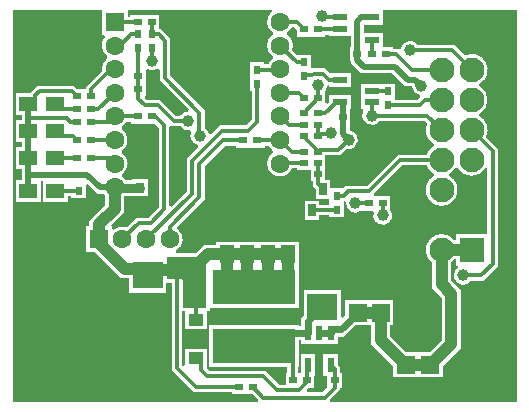
<source format=gtl>
%FSLAX25Y25*MOMM*%
%IR0*IPPOS*OFA0.00000B0.00000*MIA0B0*SFA1.00000B1.00000*%
%ADD23R,.6X1.25*%
%ADD24R,1.25X.6*%
%ADD22R,.635X1.016*%
%ADD19R,1.25X1.*%
%ADD20R,7.X3.*%
%ADD17R,2.5X2.3*%
%ADD11C,1.*%
%ADD26C,2.1*%
%ADD10C,6.*%
%ADD15C,1.6*%
%ADD21R,1.27X1.524*%
%ADD12R,1.524X1.27*%
%ADD27R,2.1X2.1*%
%ADD14R,.61X.635*%
%ADD16R,.635X.61*%
%ADD13R,1.6X1.6*%
%ADD25R,1.524X1.524*%
%ADD18R,.762X.8636*%
%ADD28C,.3*%
%ADD29C,.5*%
%ADD30C,.6*%
%ADD31C,.75*%
G75*
%LPD*%
G75*
G36*
G01X2209860Y990550D02*
Y4311600D01*
X2963380D01*
Y4100030D01*
X2983560D01*
G02X2991150Y4083120I-3J-10160D01*
G03X3012380Y3918500I82250J-73072D01*
G02Y3901600I-5637J-8450D01*
G03X2963970Y3798650I61019J-91550D01*
G01X2964220Y3796240D01*
X2827730Y3659750D01*
Y3641920D01*
X2756500D01*
X2727550Y3670870D01*
X2419740D01*
X2353940Y3605070D01*
X2236930D01*
Y3418030D01*
X2288130D01*
Y3376470D01*
X2236930D01*
Y3189430D01*
X2288130D01*
Y3147870D01*
X2236930D01*
Y2960830D01*
X2288130D01*
Y2868470D01*
X2236930D01*
Y2681430D01*
X2449370D01*
Y2862810D01*
X2465530D01*
Y2681430D01*
X2677970D01*
Y2732480D01*
X2708080D01*
Y2715730D01*
X2829120D01*
Y2827990D01*
G02X2846460Y2835180I10160J2D01*
G01X2926610Y2755030D01*
X2978130D01*
G03X2993380Y2734540I95286J54998D01*
G01Y2662050D01*
X2860030Y2528700D01*
Y2478570D01*
X2830030D01*
Y2258530D01*
X2910610D01*
X3128260Y2040880D01*
X3197780D01*
Y1918730D01*
X3507820D01*
Y2001980D01*
X3555430D01*
Y1264050D01*
X3746900Y1072580D01*
X4063180D01*
Y1057080D01*
X4241200D01*
X4290390Y1007890D01*
G02X4283200Y990550I-7186J-7181D01*
G01X2209860D01*
G37*
G36*
G01X3050070Y2458390D02*
Y2478570D01*
X3048500D01*
G02X3044910Y2487240I1J5079D01*
G01X3153420Y2595750D01*
Y2734540D01*
G03X3157550Y2739180I-80083J75439D01*
G01X3221180D01*
Y2733500D01*
X3357420D01*
Y2879900D01*
X3221180D01*
Y2874220D01*
X3162770D01*
G03X3134420Y2901600I-89370J-64169D01*
G02Y2918500I5637J8450D01*
G03Y3101600I-61020J91550D01*
G02Y3118500I5637J8450D01*
G03Y3301600I-61020J91550D01*
G02Y3318500I5637J8450D01*
G03X3173740Y3364930I-61025J91544D01*
G01X3212280D01*
Y3349430D01*
X3413150D01*
X3447480Y3315100D01*
Y2641200D01*
X3359550Y2553270D01*
X3261100D01*
X3179240Y2471400D01*
X3176230Y2472450D01*
G03X3066980Y2450800I-36180J-103900D01*
G02X3050070Y2458390I-6750J7593D01*
G37*
G36*
G01X3593700Y3416870D02*
X3460350Y3550220D01*
X3346060D01*
X3329240Y3567040D01*
G02X3335820Y3584360I7187J7180D01*
G01Y3801650D01*
G02X3351040Y3810460I10158J2D01*
G03X3437730Y3814960I39860J69389D01*
G02X3453830Y3806720I5941J-8240D01*
G01Y3715150D01*
X3699820Y3469160D01*
G02X3692980Y3451820I-7184J-7185D01*
G03X3629550Y3416870I2721J-79971D01*
G01X3593700D01*
G37*
G36*
G01X3872170Y3265710D02*
G03X3835720Y3316380I-78039J-17693D01*
G01Y3460600D01*
X3543870Y3752450D01*
Y4069950D01*
X3464150Y4149670D01*
X3451420D01*
Y4166420D01*
X3448870D01*
Y4270570D01*
X3205930D01*
Y4255070D01*
X3183420D01*
Y4311600D01*
X4395360D01*
G02X4401950Y4293710I-4J-10160D01*
G03X4412380Y4118500I71450J-83662D01*
G02Y4101600I-5637J-8450D01*
G03Y3918500I61020J-91550D01*
G02Y3901600I-5637J-8450D01*
G03X4371370Y3851220I61018J-91551D01*
G01X4340420D01*
Y3867970D01*
X4219380D01*
Y3625030D01*
X4234880D01*
Y3384140D01*
X4185060Y3334320D01*
X3962810D01*
X3889260Y3260770D01*
G02X3872170Y3265710I-7182J7185D01*
G37*
G36*
G01X4470010Y1137220D02*
X4349360Y1257870D01*
X3871350D01*
X3851720Y1277500D01*
Y1441520D01*
X3666680D01*
Y1304670D01*
G02X3649340Y1297480I-10159J-4D01*
G01X3645470Y1301350D01*
Y1760680D01*
X3666680D01*
Y1606480D01*
X3851720D01*
Y1760680D01*
X3878120D01*
Y1784480D01*
X4634520D01*
Y2144520D01*
X4633770D01*
Y2347770D01*
X3932380D01*
Y2321570D01*
X3827650D01*
X3758600Y2252520D01*
X3596920D01*
G02X3592120Y2271630I5J10159D01*
G03X3604680Y2457590I-52068J96921D01*
G02X3603460Y2472990I5967J8221D01*
G01X3835970Y2705500D01*
Y2991240D01*
X4006460Y3161730D01*
X4101280D01*
Y3146230D01*
X4344220D01*
Y3161730D01*
X4374560D01*
G03X4412380Y3118500I98844J48315D01*
G02Y3101600I-5637J-8450D01*
G03X4576340Y2971230I61017J-91549D01*
G01X4615630D01*
Y2955730D01*
X4735030D01*
Y2860480D01*
X4751780D01*
Y2815980D01*
X4775660Y2792100D01*
Y2713180D01*
X4892480D01*
Y2661220D01*
X4805220D01*
Y2697020D01*
X4681680D01*
Y2535380D01*
X4805220D01*
Y2571180D01*
X4892480D01*
Y2558230D01*
X5013520D01*
Y2694380D01*
X5022230D01*
G02X5032310Y2683000I-5J-10158D01*
G03X5164100Y2612830I79437J-9651D01*
G01X5258190D01*
G02X5267730Y2599190I-4J-10159D01*
G03X5404670Y2622620I75169J-27439D01*
G01Y2733870D01*
X5273170D01*
G02X5265980Y2751210I-4J10159D01*
G01X5511400Y2996630D01*
X5714710D01*
G03X5776580Y2923540I127291J45020D01*
G02Y2905760I-4923J-8890D01*
G03X5907420I65420J-118110D01*
G02Y2923540I4923J8890D01*
G03X5960110Y2976230I-65420J118110D01*
G02X5977890I8890J-4923D01*
G03X6210040Y2969360I118113J65420D01*
G02X6228780Y2963920I8581J-5438D01*
G01Y2414670D01*
X5960980D01*
Y2359670D01*
X5950780D01*
X5949260Y2361660D01*
G03X5761980Y2170900I-107261J-82007D01*
G01Y1954400D01*
X5844530Y1871850D01*
Y1519050D01*
X5739800Y1414320D01*
X5544150D01*
X5407670Y1550800D01*
Y1640030D01*
X5433870D01*
Y1852470D01*
X5024580D01*
Y1724910D01*
X5004710Y1705040D01*
G02X4987370Y1712230I-7180J7188D01*
G01Y1942070D01*
X4677330D01*
Y1726910D01*
X4651930Y1701510D01*
Y1632970D01*
X4634520D01*
Y1644520D01*
X3874480D01*
Y1284480D01*
X4537130D01*
Y1235270D01*
X4520380D01*
Y1137220D01*
X4470010D01*
G37*
G36*
G01X3848100Y1790700D02*
X3651250D01*
Y2025650D01*
X3644900Y2032000D01*
X3517900D01*
Y2222500D01*
X3848100D01*
Y1790700D01*
G37*
G36*
G01X3720370Y3279040D02*
G03X3776440Y3169980I73761J-31021D01*
G02X3781380Y3152890I-2245J-9908D01*
G01X3682430Y3053940D01*
Y2774600D01*
X3554860Y2647030D01*
G02X3537520Y2654220I-7181J7186D01*
G01Y3321180D01*
G02X3554860Y3328370I10159J4D01*
G01X3556400Y3326830D01*
X3629550D01*
G03X3709280Y3292990I66154J45019D01*
G02X3720370Y3279040I1723J-10013D01*
G37*
G36*
G01X4901440Y990550D02*
G02X4894250Y1007890I-4J10159D01*
G01X4981520Y1095160D01*
Y1114230D01*
X4998270D01*
Y1235270D01*
X4981520D01*
Y1287050D01*
X4961970Y1306600D01*
Y1395470D01*
X4841930D01*
Y1210430D01*
X4874730D01*
Y1115710D01*
X4832740Y1073720D01*
X4705220D01*
G02X4698030Y1091060I-4J10159D01*
G01X4721200Y1114230D01*
X4763320D01*
Y1210430D01*
X4771970D01*
Y1395470D01*
X4651930D01*
Y1235270D01*
X4627170D01*
Y1284480D01*
X4634520D01*
Y1512930D01*
X4651930D01*
Y1480430D01*
X4961970D01*
Y1546530D01*
X5015960D01*
X5109460Y1640030D01*
X5247630D01*
Y1484500D01*
X5430980Y1301150D01*
Y1201880D01*
X5852970D01*
Y1301150D01*
X6004570Y1452750D01*
Y1938150D01*
X5922020Y2020700D01*
Y2170900D01*
G03X5949260Y2197640I-80015J108756D01*
G01X5950780Y2199630D01*
X5960980D01*
Y2144630D01*
X5970190D01*
G02X5976500Y2126500I7J-10161D01*
G03X6092300Y2018730I49645J-62755D01*
G01X6197200D01*
X6318820Y2140350D01*
Y3136500D01*
X6217880Y3237440D01*
X6219300Y3240630D01*
G03X6161420Y3413760I-123300J55019D01*
G02Y3431540I4923J8890D01*
G03Y3667760I-65420J118110D01*
G02Y3685540I4923J8890D01*
G03X6037820Y3925490I-65420J118110D01*
G01X5949550Y4013770D01*
X5641450D01*
G03X5496340Y3981730I-66151J-45022D01*
G02X5479130Y3976200I-10024J1652D01*
G01X5473310Y3982020D01*
X5430070D01*
Y3997520D01*
X5342120D01*
Y4117920D01*
X5182020D01*
Y4187880D01*
X5342120D01*
Y4311600D01*
X6477060D01*
Y990550D01*
X4901440D01*
G37*
G36*
G01X4899200Y2801170D02*
Y2874820D01*
X4858570D01*
Y3079180D01*
X4984350D01*
X5039620Y3134450D01*
X5042170Y3134050D01*
G03X5066920Y3292170I12430J79051D01*
G01X5062620Y3292840D01*
Y3343080D01*
X5069370D01*
Y3470830D01*
X5072770D01*
Y3590870D01*
X4887730D01*
Y3529000D01*
X4875910Y3517180D01*
G02X4858570Y3524370I-7181J7186D01*
G01Y3625780D01*
G03X4876630Y3671100I-61768J50873D01*
G01X4876960Y3675830D01*
X4887730D01*
Y3660830D01*
X5072770D01*
Y3780870D01*
X4890610D01*
X4854810Y3816670D01*
X4740470D01*
Y3931470D01*
X4619430D01*
X4616760Y3930360D01*
X4576220Y3970900D01*
G03X4534420Y4101600I-102820J39151D01*
G02Y4118500I5637J8450D01*
G03X4573790Y4165030I-61019J91550D01*
G01X4595250D01*
X4615630Y4144650D01*
Y4086030D01*
X4858570D01*
Y4101530D01*
X4887080D01*
Y4092880D01*
X5071980D01*
Y3997520D01*
X5065230D01*
Y3876480D01*
X5071980D01*
Y3860860D01*
X5158810Y3774030D01*
X5425520D01*
X5533470Y3666080D01*
X5590510D01*
X5591010Y3661560D01*
G03X5657580Y3591340I79540J8741D01*
G02X5663110Y3574130I-1653J-10024D01*
G01X5636650Y3547670D01*
X5451670D01*
Y3683820D01*
X5342770D01*
Y3685870D01*
X5157730D01*
Y3470830D01*
X5171070D01*
G02X5179990Y3455810I2J-10158D01*
G03X5316400Y3372480I70252J-38314D01*
G01X5701500D01*
X5720160Y3353830D01*
G03X5776580Y3177540I121841J-58179D01*
G02Y3159760I-4923J-8890D01*
G03X5714710Y3086670I65421J-118110D01*
G01X5474100D01*
X5207400Y2819970D01*
X5029600D01*
X5010800Y2801170D01*
X4899200D01*
G37*
G54D10*
X2559050Y1504950D03*
Y3994150D03*
G54D11*
G01X3352800Y2063750D02*
X3295650Y2120900D01*
X3161410D01*
X2940050Y2342260D01*
Y2368550D01*
G01D02*
Y2495550D01*
X3073400Y2628900D01*
Y2810050D01*
G01X3587750Y2108200D02*
X3397250D01*
X3352800Y2063750D01*
G01X3613150Y2133600D02*
X3600450Y2120900D01*
G01D02*
X3587750Y2108200D01*
G01X4025900Y2241550D02*
X3860800D01*
X3752850Y2133600D01*
G01X4025900Y2241550D02*
Y2070100D01*
X4131500Y1964500D01*
X4197350D01*
G01Y2241550D02*
X4025900D01*
G01X4368800D02*
Y1964500D01*
X4254500D01*
G01X4197350D02*
X4254500D01*
G01X4197350Y2241550D02*
Y1964500D01*
G01X4368800Y2241550D02*
X4197350D01*
G01X4540250D02*
X4368800D01*
G01X4540250D02*
Y2057400D01*
G01X5537200Y1308100D02*
X5327650Y1517650D01*
Y1746250D01*
G01D02*
X5130800D01*
G01X5746750Y1308100D02*
X5537200D01*
G01X5842000Y2279650D02*
Y1987550D01*
X5924550Y1905000D01*
Y1485900D01*
X5746750Y1308100D01*
G01X6096000Y2279650D02*
X5842000D01*
X2286000Y1066800D03*
X2279650Y1898650D03*
Y2286000D03*
Y2609850D03*
X2324100Y3676650D03*
X2578100Y2609850D03*
X2952750Y1066800D03*
X2870200Y2190750D03*
X2921000Y2692400D03*
X2901950Y4248150D03*
X3352800Y1422400D03*
X3206750D03*
X3225800Y1835150D03*
X3359150D03*
X3086100Y1987550D03*
X3206750Y2660650D03*
X3308350Y3175000D03*
X3651250Y1060450D03*
X3498850Y1270000D03*
Y1422400D03*
X3492500Y1835150D03*
X3613150Y2133600D03*
X3390900Y2660650D03*
X3594100Y2768600D03*
Y3270250D03*
X3390900D03*
Y3079750D03*
X3695700Y3371850D03*
X3511550Y3581400D03*
X3683000Y3689350D03*
X3600450Y3486150D03*
X3606800Y3854450D03*
X3390900Y3879850D03*
X3498850Y4216400D03*
X3594100Y4057650D03*
X3937000Y1708150D03*
X3752850Y1866900D03*
Y1993900D03*
Y2133600D03*
Y2540000D03*
X3975100Y2628900D03*
X3873500Y2482850D03*
X3846180Y2634510D03*
X3911600Y2990850D03*
X3917950Y2863850D03*
X4038600Y2736850D03*
X3917950D03*
X4038600Y2863850D03*
X3794130Y3248020D03*
X3937000Y3384550D03*
X3816350Y3562350D03*
X3765550Y4248150D03*
X4032250D03*
X4216400Y2628900D03*
X4095750D03*
X4159250Y2736850D03*
X4318000Y2965450D03*
Y3092450D03*
X4191000D03*
X4171950Y3397250D03*
Y3581400D03*
X4305300Y3937000D03*
X4165600Y3822700D03*
X4292600Y4248150D03*
X4540250Y1708150D03*
X4686300Y2019300D03*
X4692650Y2432050D03*
X5016500Y1365250D03*
X4806950Y1428750D03*
X5016500Y1492250D03*
X4953000Y2019300D03*
X4832350D03*
X5041900Y2241550D03*
X4813300Y2432050D03*
X4933950D03*
X4959350Y3016250D03*
Y2870200D03*
X4902200Y3270250D03*
X4796800Y3676650D03*
X4908550Y3848100D03*
X4718050Y4019550D03*
X4826000Y4260850D03*
X5372100Y1174750D03*
X5200650D03*
Y1365250D03*
X5054600Y1174750D03*
X5194300Y1587500D03*
X5251450Y1917700D03*
X5054600D03*
X5321300Y2241550D03*
X5181600Y2381250D03*
X5187950Y2241550D03*
X5342900Y2571750D03*
X5060950Y2432050D03*
X5111750Y2673350D03*
X5181600Y2870200D03*
X5353050Y3086100D03*
X5137150Y3105150D03*
X5054600Y3213100D03*
X5250250Y3417500D03*
X5105400Y3625850D03*
X5562600Y1473200D03*
X5664200Y1809750D03*
X5454650Y1917700D03*
X5537200Y1809750D03*
X5702300Y1962150D03*
X5562600Y2057400D03*
X5473700Y2540000D03*
X5683250Y2641600D03*
X5568950D03*
X5600700Y2413000D03*
X5562600Y2794000D03*
X5556250Y2940050D03*
X5384800Y2794000D03*
X5549900Y3314700D03*
X5562600Y3143250D03*
X5670550Y3670300D03*
X5543550Y3600450D03*
X5575300Y3968750D03*
X5664200Y4248150D03*
X5403850Y4064000D03*
X5397500Y4254500D03*
X5670550Y4089400D03*
X5969000Y1339850D03*
X5905500Y1174750D03*
X5727700Y1479550D03*
X5791200Y1809750D03*
X6026150Y2063750D03*
X5937250Y4248150D03*
Y4095750D03*
X6273800Y1308100D03*
X6159500Y1200150D03*
X6305550Y1625600D03*
X6064250D03*
X6184900Y1771650D03*
X6064250Y1930400D03*
X6305550D03*
X6381750Y3632200D03*
Y3416300D03*
Y3854450D03*
X6203950Y4095750D03*
X6400800Y2940050D03*
Y3117850D03*
Y4248150D03*
G54D20*
X4254500Y1464500D03*
Y1964500D03*
G54D30*
G01X4461700Y1464500D02*
X4254500D01*
G01X4711950Y1572950D02*
X4570150D01*
X4461700Y1464500D01*
G01X4806950Y1572950D02*
X4901950D01*
G01X5130800Y1746250D02*
X4991100Y1606550D01*
X4908550D01*
X4901950Y1599950D01*
Y1572950D01*
G01X4711950D02*
Y1676650D01*
X4832350Y1797050D01*
G54D12*
X2343150Y3054350D03*
Y2774950D03*
Y3282950D03*
Y3511550D03*
X2571750Y3054350D03*
Y2774950D03*
Y3282950D03*
Y3511550D03*
G54D21*
X4025900Y2241550D03*
Y2470150D03*
X4368800Y2241550D03*
X4197350D03*
X4368800Y2470150D03*
X4197350D03*
X4540250Y2241550D03*
Y2470150D03*
G54D31*
G01X3289300Y2806700D02*
X3076750D01*
X3073400Y2810050D01*
G54D13*
X2940050Y2368550D03*
X3073400Y4210050D03*
G54D22*
X4646930Y2794000D03*
X4743450Y2616200D03*
X4837430Y2794000D03*
G54D14*
X2768600Y2658100D03*
Y2777500D03*
X3270250Y3985250D03*
Y4104650D03*
X3390900Y3985250D03*
Y4104650D03*
X4279900Y3686800D03*
Y3806200D03*
X4679950Y3750300D03*
Y3869700D03*
X4953000Y2620000D03*
Y2739400D03*
X5391150Y3502650D03*
Y3622050D03*
G54D23*
X4806950Y1302950D03*
X4711950D03*
X4901950D03*
X4806950Y1572950D03*
X4711950D03*
X4901950D03*
G54D15*
X3073400Y2810050D03*
Y3010050D03*
Y3210050D03*
Y3410050D03*
Y3610050D03*
Y3810050D03*
Y4010050D03*
X3340050Y2368550D03*
X3140050D03*
X3740050D03*
X3540050D03*
X4473400Y3010050D03*
Y2810050D03*
Y3410050D03*
Y3210050D03*
Y3610050D03*
Y4010050D03*
Y3810050D03*
Y4210050D03*
G54D24*
X4980250Y3530850D03*
Y3720850D03*
X4979600Y4152900D03*
Y4247900D03*
Y4057900D03*
X5250250Y3625850D03*
Y3530850D03*
Y3720850D03*
X5249600Y4247900D03*
Y4057900D03*
G54D25*
X5327650Y1746250D03*
X5130800D03*
X5327650Y2076450D03*
X5130800D03*
X5746750Y1308100D03*
X5537200D03*
X5746750Y1638300D03*
X5537200D03*
G54D16*
X2872750Y3054350D03*
X2753350D03*
X2872750Y3213100D03*
X2753350D03*
X2872750Y3365500D03*
X2753350D03*
X2872750Y3473450D03*
X2753350D03*
X2872750Y3581400D03*
X2753350D03*
X3274050Y3644900D03*
Y3409950D03*
Y3752850D03*
X3267700Y4210050D03*
X3393450Y3644900D03*
Y3409950D03*
Y3752850D03*
X3387100Y4210050D03*
X4124950Y1117600D03*
X4244350D03*
X4282450Y3206750D03*
X4163050D03*
X4582150Y1174750D03*
X4701550D03*
X4677400Y3016250D03*
Y2921000D03*
Y3111500D03*
Y3244850D03*
Y3340100D03*
Y3568700D03*
Y3435350D03*
Y4146550D03*
X4936500Y1174750D03*
X4817100D03*
X4796800Y3016250D03*
Y2921000D03*
Y3111500D03*
Y3244850D03*
Y3340100D03*
X5007600Y3403600D03*
X4796800Y3568700D03*
Y3435350D03*
X5007600Y3937000D03*
X4796800Y4146550D03*
X5342900Y2673350D03*
X5223500D03*
X5127000Y3403600D03*
Y3937000D03*
X5248900D03*
X5368300D03*
G54D26*
X5842000Y2279650D03*
Y2533650D03*
X6096000D03*
X5842000Y3041650D03*
X6096000D03*
X5842000Y2787650D03*
X6096000D03*
X5842000Y3295650D03*
X6096000D03*
X5842000Y3549650D03*
X6096000D03*
X5842000Y3803650D03*
X6096000D03*
G54D17*
X3352800Y1633750D03*
Y2063750D03*
X4832350Y1797050D03*
Y2227050D03*
G54D18*
X3289300Y2806700D03*
Y2959100D03*
G54D27*
X6096000Y2279650D03*
G54D28*
G01X2343150Y3397250D02*
X2666990D01*
X2698740Y3365500D01*
X2753350D01*
G01Y3581400D02*
X2708900Y3625850D01*
X2438390D01*
X2400300Y3587760D01*
Y3517900D01*
X2393950Y3511550D01*
X2343150D01*
G01X2768600Y2777500D02*
X2574300D01*
X2571750Y2774950D01*
G01X2753350Y3054350D02*
X2571750D01*
G01Y3282950D02*
X2609850Y3244850D01*
X2721600D01*
X2753350Y3213100D01*
G01Y3473450D02*
X2609850D01*
X2571750Y3511550D01*
G01X2872750Y3054350D02*
X3029100D01*
X3073400Y3010050D01*
G01X2872750Y3213100D02*
X3070350D01*
X3073400Y3210050D01*
G01X2872750Y3473450D02*
X2936800D01*
X3073400Y3610050D01*
G01X2872750Y3365500D02*
X3028850D01*
X3073400Y3410050D01*
G01X2872750Y3581400D02*
Y3641100D01*
X3041700Y3810050D01*
X3073400D01*
G01X3393450Y3409950D02*
X3416300D01*
X3492500Y3333750D01*
Y2622550D01*
X3378200Y2508250D01*
X3279750D01*
X3140050Y2368550D01*
G01X4279900Y3686800D02*
Y3365490D01*
X4203710Y3289300D01*
X3981460D01*
X3727450Y3035290D01*
Y2755950D01*
X3340050Y2368550D01*
G01X3274050Y3409950D02*
X3073500D01*
X3073400Y3410050D01*
G01X3274050Y3644900D02*
Y3558560D01*
X3327410Y3505200D01*
X3441700D01*
X3575050Y3371850D01*
X3695700D01*
G01X3274050Y3644900D02*
Y3752850D01*
G01X3270250Y3985250D02*
Y3756650D01*
X3274050Y3752850D01*
G01X3073400Y4010050D02*
X3121040D01*
X3215640Y4104650D01*
X3270250D01*
G01X3267700Y4210050D02*
X3073400D01*
G01X3600450Y2120900D02*
Y1282700D01*
X3765550Y1117600D01*
X4124950D01*
G01X3540050Y2368550D02*
Y2473250D01*
X3790950Y2724150D01*
Y3009890D01*
X3987810Y3206750D01*
X4163050D01*
G01X3390900Y4104650D02*
X3445500D01*
X3498850Y4051300D01*
Y3733800D01*
X3790700Y3441950D01*
Y3251450D01*
X3794130Y3248020D01*
G01X3390900Y3879850D02*
Y3985250D01*
G01X3387100Y4210050D02*
Y4108450D01*
X3390900Y4104650D01*
G01X4701550Y1174750D02*
Y1158250D01*
X4635500Y1092200D01*
X4451360D01*
X4330710Y1212850D01*
X3852700D01*
X3803650Y1261900D01*
Y1339850D01*
X3782000Y1361500D01*
X3759200D01*
G01Y1686500D02*
Y1860550D01*
G01D02*
X3752850Y1866900D01*
G01X4936500Y1174750D02*
Y1113810D01*
X4851390Y1028700D01*
X4333250D01*
X4244350Y1117600D01*
G01X4282450Y3206750D02*
X4470100D01*
X4473400Y3210050D01*
G01X4279900Y3806200D02*
X4469550D01*
X4473400Y3810050D01*
G01X4582150Y1174750D02*
Y1344050D01*
X4461700Y1464500D01*
G01X4677400Y3016250D02*
X4479600D01*
X4473400Y3010050D01*
G01X4677400Y3111500D02*
X4571950D01*
X4473400Y3210050D01*
G01X4677400Y3340100D02*
X4552950D01*
X4483000Y3410050D01*
X4473400D01*
G01X4677400Y3244850D02*
Y3237390D01*
X4796800Y3117990D01*
Y3111500D01*
G01X4677400Y3435350D02*
Y3442810D01*
X4796800Y3562210D01*
Y3568700D01*
G01X4473400Y3610050D02*
X4636050D01*
X4677400Y3568700D01*
G01X4679950Y3750300D02*
X4688850Y3759200D01*
X4744990D01*
X4757440Y3771650D01*
X4836160D01*
X4886960Y3720850D01*
X4980250D01*
G01X4679950Y3869700D02*
X4613750D01*
X4473400Y4010050D01*
G01X4677400Y4146550D02*
X4613900Y4210050D01*
X4473400D01*
G01X4701550Y1174750D02*
Y1292550D01*
X4711950Y1302950D01*
G01X4936500Y1174750D02*
Y1268400D01*
X4901950Y1302950D01*
G01X4743450Y2616200D02*
X4949200D01*
X4953000Y2620000D01*
G01X4796800Y2921000D02*
Y2834630D01*
X4837430Y2794000D01*
G01X4796800Y3016250D02*
Y2921000D01*
G01X5842000Y3041650D02*
X5492750D01*
X5226050Y2774950D01*
X5048250D01*
X5012700Y2739400D01*
X4953000D01*
G01X4796800Y3244850D02*
Y3340100D01*
G01X4902200Y3270250D02*
X4889500Y3257550D01*
X4809500D01*
X4796800Y3244850D01*
G01Y3111500D02*
X4809500Y3124200D01*
X4965700D01*
X5054600Y3213100D01*
G01X4796800Y3568700D02*
Y3676650D01*
G01Y3435350D02*
X4857750D01*
X4953250Y3530850D01*
X4980250D01*
G01X4796800Y4146550D02*
X4973250D01*
X4979600Y4152900D01*
G01Y4247900D02*
X4838950D01*
X4826000Y4260850D01*
G01X5342900Y2673350D02*
Y2571750D01*
G01X5223500Y2673350D02*
X5111750D01*
G01X5391150Y3622050D02*
X5254050D01*
X5250250Y3625850D01*
G01Y3530850D02*
Y3417500D01*
G01X5842000Y3295650D02*
X5720150Y3417500D01*
X5250250D01*
G01X5248900Y3937000D02*
Y4057200D01*
X5249600Y4057900D01*
G01X5391150Y3502650D02*
X5655300D01*
X5702300Y3549650D01*
X5842000D01*
G01Y3803650D02*
X5588010D01*
X5454660Y3937000D01*
X5368300D01*
G01X5575300Y3968750D02*
X5930900D01*
X6096000Y3803650D01*
G01X6026150Y2063750D02*
X6178550D01*
X6273800Y2159000D01*
Y3117850D01*
X6096000Y3295650D01*
G54D19*
X3759200Y1361500D03*
Y1686500D03*
G54D29*
G01X2343150Y3054350D02*
Y2917830D01*
G01D02*
Y2774950D01*
G01Y2917830D02*
X2841620D01*
X2949400Y2810050D01*
X3073400D01*
G01X2343150Y3282950D02*
Y3397250D01*
G01Y3054350D02*
Y3282950D01*
G01Y3397250D02*
Y3511550D01*
G01X5007600Y3403600D02*
Y3260100D01*
X5054600Y3213100D01*
G01X4980250Y3530850D02*
X4990850D01*
X5007600Y3514100D01*
Y3403600D01*
G01X5127000Y3937000D02*
Y4212600D01*
X5162300Y4247900D01*
X5249600D01*
G01X5127000Y3937000D02*
Y3883650D01*
X5181600Y3829050D01*
X5448310D01*
X5556260Y3721100D01*
X5619750D01*
X5670550Y3670300D01*
M02*

</source>
